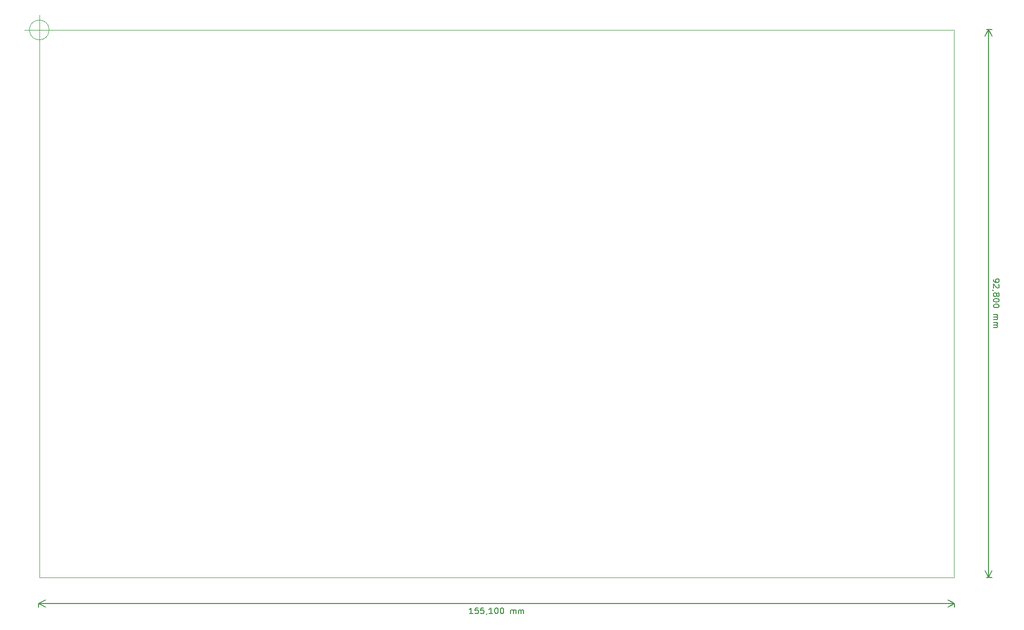
<source format=gbr>
%TF.GenerationSoftware,KiCad,Pcbnew,(5.1.8)-1*%
%TF.CreationDate,2021-06-08T09:03:09+02:00*%
%TF.ProjectId,Telerupteur_Recepteur_RF433_V2,54656c65-7275-4707-9465-75725f526563,V2*%
%TF.SameCoordinates,Original*%
%TF.FileFunction,OtherDrawing,Comment*%
%FSLAX46Y46*%
G04 Gerber Fmt 4.6, Leading zero omitted, Abs format (unit mm)*
G04 Created by KiCad (PCBNEW (5.1.8)-1) date 2021-06-08 09:03:09*
%MOMM*%
%LPD*%
G01*
G04 APERTURE LIST*
%ADD10C,0.150000*%
%TA.AperFunction,Profile*%
%ADD11C,0.050000*%
%TD*%
%TA.AperFunction,Profile*%
%ADD12C,0.100000*%
%TD*%
G04 APERTURE END LIST*
D10*
X119302380Y-142052380D02*
X118730952Y-142052380D01*
X119016666Y-142052380D02*
X119016666Y-141052380D01*
X118921428Y-141195238D01*
X118826190Y-141290476D01*
X118730952Y-141338095D01*
X120207142Y-141052380D02*
X119730952Y-141052380D01*
X119683333Y-141528571D01*
X119730952Y-141480952D01*
X119826190Y-141433333D01*
X120064285Y-141433333D01*
X120159523Y-141480952D01*
X120207142Y-141528571D01*
X120254761Y-141623809D01*
X120254761Y-141861904D01*
X120207142Y-141957142D01*
X120159523Y-142004761D01*
X120064285Y-142052380D01*
X119826190Y-142052380D01*
X119730952Y-142004761D01*
X119683333Y-141957142D01*
X121159523Y-141052380D02*
X120683333Y-141052380D01*
X120635714Y-141528571D01*
X120683333Y-141480952D01*
X120778571Y-141433333D01*
X121016666Y-141433333D01*
X121111904Y-141480952D01*
X121159523Y-141528571D01*
X121207142Y-141623809D01*
X121207142Y-141861904D01*
X121159523Y-141957142D01*
X121111904Y-142004761D01*
X121016666Y-142052380D01*
X120778571Y-142052380D01*
X120683333Y-142004761D01*
X120635714Y-141957142D01*
X121683333Y-142004761D02*
X121683333Y-142052380D01*
X121635714Y-142147619D01*
X121588095Y-142195238D01*
X122635714Y-142052380D02*
X122064285Y-142052380D01*
X122350000Y-142052380D02*
X122350000Y-141052380D01*
X122254761Y-141195238D01*
X122159523Y-141290476D01*
X122064285Y-141338095D01*
X123254761Y-141052380D02*
X123350000Y-141052380D01*
X123445238Y-141100000D01*
X123492857Y-141147619D01*
X123540476Y-141242857D01*
X123588095Y-141433333D01*
X123588095Y-141671428D01*
X123540476Y-141861904D01*
X123492857Y-141957142D01*
X123445238Y-142004761D01*
X123350000Y-142052380D01*
X123254761Y-142052380D01*
X123159523Y-142004761D01*
X123111904Y-141957142D01*
X123064285Y-141861904D01*
X123016666Y-141671428D01*
X123016666Y-141433333D01*
X123064285Y-141242857D01*
X123111904Y-141147619D01*
X123159523Y-141100000D01*
X123254761Y-141052380D01*
X124207142Y-141052380D02*
X124302380Y-141052380D01*
X124397619Y-141100000D01*
X124445238Y-141147619D01*
X124492857Y-141242857D01*
X124540476Y-141433333D01*
X124540476Y-141671428D01*
X124492857Y-141861904D01*
X124445238Y-141957142D01*
X124397619Y-142004761D01*
X124302380Y-142052380D01*
X124207142Y-142052380D01*
X124111904Y-142004761D01*
X124064285Y-141957142D01*
X124016666Y-141861904D01*
X123969047Y-141671428D01*
X123969047Y-141433333D01*
X124016666Y-141242857D01*
X124064285Y-141147619D01*
X124111904Y-141100000D01*
X124207142Y-141052380D01*
X125730952Y-142052380D02*
X125730952Y-141385714D01*
X125730952Y-141480952D02*
X125778571Y-141433333D01*
X125873809Y-141385714D01*
X126016666Y-141385714D01*
X126111904Y-141433333D01*
X126159523Y-141528571D01*
X126159523Y-142052380D01*
X126159523Y-141528571D02*
X126207142Y-141433333D01*
X126302380Y-141385714D01*
X126445238Y-141385714D01*
X126540476Y-141433333D01*
X126588095Y-141528571D01*
X126588095Y-142052380D01*
X127064285Y-142052380D02*
X127064285Y-141385714D01*
X127064285Y-141480952D02*
X127111904Y-141433333D01*
X127207142Y-141385714D01*
X127350000Y-141385714D01*
X127445238Y-141433333D01*
X127492857Y-141528571D01*
X127492857Y-142052380D01*
X127492857Y-141528571D02*
X127540476Y-141433333D01*
X127635714Y-141385714D01*
X127778571Y-141385714D01*
X127873809Y-141433333D01*
X127921428Y-141528571D01*
X127921428Y-142052380D01*
X45800000Y-140300000D02*
X200900000Y-140300000D01*
X45800000Y-140300000D02*
X45800000Y-140886421D01*
X200900000Y-140300000D02*
X200900000Y-140886421D01*
X200900000Y-140300000D02*
X199773496Y-140886421D01*
X200900000Y-140300000D02*
X199773496Y-139713579D01*
X45800000Y-140300000D02*
X46926504Y-140886421D01*
X45800000Y-140300000D02*
X46926504Y-139713579D01*
X207447619Y-85452380D02*
X207447619Y-85642857D01*
X207495238Y-85738095D01*
X207542857Y-85785714D01*
X207685714Y-85880952D01*
X207876190Y-85928571D01*
X208257142Y-85928571D01*
X208352380Y-85880952D01*
X208400000Y-85833333D01*
X208447619Y-85738095D01*
X208447619Y-85547619D01*
X208400000Y-85452380D01*
X208352380Y-85404761D01*
X208257142Y-85357142D01*
X208019047Y-85357142D01*
X207923809Y-85404761D01*
X207876190Y-85452380D01*
X207828571Y-85547619D01*
X207828571Y-85738095D01*
X207876190Y-85833333D01*
X207923809Y-85880952D01*
X208019047Y-85928571D01*
X208352380Y-86309523D02*
X208400000Y-86357142D01*
X208447619Y-86452380D01*
X208447619Y-86690476D01*
X208400000Y-86785714D01*
X208352380Y-86833333D01*
X208257142Y-86880952D01*
X208161904Y-86880952D01*
X208019047Y-86833333D01*
X207447619Y-86261904D01*
X207447619Y-86880952D01*
X207495238Y-87357142D02*
X207447619Y-87357142D01*
X207352380Y-87309523D01*
X207304761Y-87261904D01*
X208019047Y-87928571D02*
X208066666Y-87833333D01*
X208114285Y-87785714D01*
X208209523Y-87738095D01*
X208257142Y-87738095D01*
X208352380Y-87785714D01*
X208400000Y-87833333D01*
X208447619Y-87928571D01*
X208447619Y-88119047D01*
X208400000Y-88214285D01*
X208352380Y-88261904D01*
X208257142Y-88309523D01*
X208209523Y-88309523D01*
X208114285Y-88261904D01*
X208066666Y-88214285D01*
X208019047Y-88119047D01*
X208019047Y-87928571D01*
X207971428Y-87833333D01*
X207923809Y-87785714D01*
X207828571Y-87738095D01*
X207638095Y-87738095D01*
X207542857Y-87785714D01*
X207495238Y-87833333D01*
X207447619Y-87928571D01*
X207447619Y-88119047D01*
X207495238Y-88214285D01*
X207542857Y-88261904D01*
X207638095Y-88309523D01*
X207828571Y-88309523D01*
X207923809Y-88261904D01*
X207971428Y-88214285D01*
X208019047Y-88119047D01*
X208447619Y-88928571D02*
X208447619Y-89023809D01*
X208400000Y-89119047D01*
X208352380Y-89166666D01*
X208257142Y-89214285D01*
X208066666Y-89261904D01*
X207828571Y-89261904D01*
X207638095Y-89214285D01*
X207542857Y-89166666D01*
X207495238Y-89119047D01*
X207447619Y-89023809D01*
X207447619Y-88928571D01*
X207495238Y-88833333D01*
X207542857Y-88785714D01*
X207638095Y-88738095D01*
X207828571Y-88690476D01*
X208066666Y-88690476D01*
X208257142Y-88738095D01*
X208352380Y-88785714D01*
X208400000Y-88833333D01*
X208447619Y-88928571D01*
X208447619Y-89880952D02*
X208447619Y-89976190D01*
X208400000Y-90071428D01*
X208352380Y-90119047D01*
X208257142Y-90166666D01*
X208066666Y-90214285D01*
X207828571Y-90214285D01*
X207638095Y-90166666D01*
X207542857Y-90119047D01*
X207495238Y-90071428D01*
X207447619Y-89976190D01*
X207447619Y-89880952D01*
X207495238Y-89785714D01*
X207542857Y-89738095D01*
X207638095Y-89690476D01*
X207828571Y-89642857D01*
X208066666Y-89642857D01*
X208257142Y-89690476D01*
X208352380Y-89738095D01*
X208400000Y-89785714D01*
X208447619Y-89880952D01*
X207447619Y-91404761D02*
X208114285Y-91404761D01*
X208019047Y-91404761D02*
X208066666Y-91452380D01*
X208114285Y-91547619D01*
X208114285Y-91690476D01*
X208066666Y-91785714D01*
X207971428Y-91833333D01*
X207447619Y-91833333D01*
X207971428Y-91833333D02*
X208066666Y-91880952D01*
X208114285Y-91976190D01*
X208114285Y-92119047D01*
X208066666Y-92214285D01*
X207971428Y-92261904D01*
X207447619Y-92261904D01*
X207447619Y-92738095D02*
X208114285Y-92738095D01*
X208019047Y-92738095D02*
X208066666Y-92785714D01*
X208114285Y-92880952D01*
X208114285Y-93023809D01*
X208066666Y-93119047D01*
X207971428Y-93166666D01*
X207447619Y-93166666D01*
X207971428Y-93166666D02*
X208066666Y-93214285D01*
X208114285Y-93309523D01*
X208114285Y-93452380D01*
X208066666Y-93547619D01*
X207971428Y-93595238D01*
X207447619Y-93595238D01*
X206600000Y-43100000D02*
X206600000Y-135900000D01*
X206300000Y-43100000D02*
X207186421Y-43100000D01*
X206300000Y-135900000D02*
X207186421Y-135900000D01*
X206600000Y-135900000D02*
X206013579Y-134773496D01*
X206600000Y-135900000D02*
X207186421Y-134773496D01*
X206600000Y-43100000D02*
X206013579Y-44226504D01*
X206600000Y-43100000D02*
X207186421Y-44226504D01*
D11*
X47566666Y-43200000D02*
G75*
G03*
X47566666Y-43200000I-1666666J0D01*
G01*
X43400000Y-43200000D02*
X48400000Y-43200000D01*
X45900000Y-40700000D02*
X45900000Y-45700000D01*
D12*
X200800000Y-43180000D02*
X200800000Y-135910000D01*
X45900000Y-43200000D02*
X200800000Y-43180000D01*
X45900000Y-135900000D02*
X45900000Y-43200000D01*
X200800000Y-135910000D02*
X45900000Y-135900000D01*
M02*

</source>
